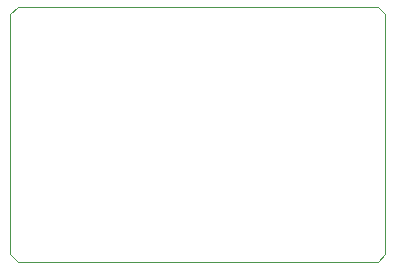
<source format=gbr>
%TF.GenerationSoftware,KiCad,Pcbnew,(6.0.9)*%
%TF.CreationDate,2024-05-18T22:59:34+02:00*%
%TF.ProjectId,Breadboard-byte-leds,42726561-6462-46f6-9172-642d62797465,rev?*%
%TF.SameCoordinates,Original*%
%TF.FileFunction,Profile,NP*%
%FSLAX46Y46*%
G04 Gerber Fmt 4.6, Leading zero omitted, Abs format (unit mm)*
G04 Created by KiCad (PCBNEW (6.0.9)) date 2024-05-18 22:59:34*
%MOMM*%
%LPD*%
G01*
G04 APERTURE LIST*
%TA.AperFunction,Profile*%
%ADD10C,0.100000*%
%TD*%
G04 APERTURE END LIST*
D10*
X171450000Y-88265000D02*
X172085000Y-87630000D01*
X140970000Y-88265000D02*
X171450000Y-88265000D01*
X140970000Y-66675000D02*
X140335000Y-67310000D01*
X171450000Y-66675000D02*
X140970000Y-66675000D01*
X140335000Y-67310000D02*
X140335000Y-87630000D01*
X172085000Y-87630000D02*
X172085000Y-67310000D01*
X172085000Y-67310000D02*
X171450000Y-66675000D01*
X140335000Y-87630000D02*
X140970000Y-88265000D01*
M02*

</source>
